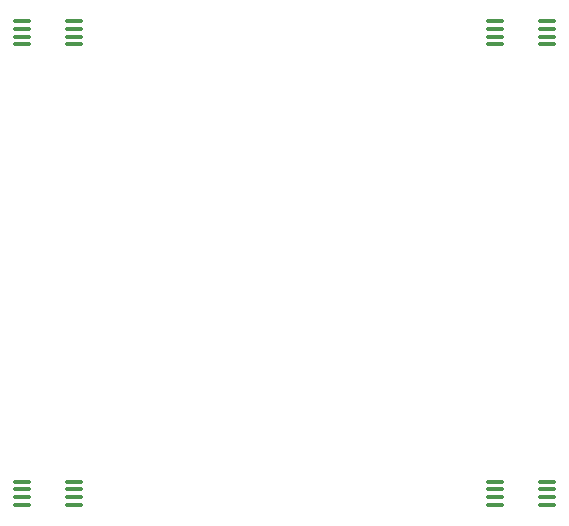
<source format=gbp>
G04*
G04 #@! TF.GenerationSoftware,Altium Limited,Altium Designer,24.6.1 (21)*
G04*
G04 Layer_Color=128*
%FSLAX44Y44*%
%MOMM*%
G71*
G04*
G04 #@! TF.SameCoordinates,801A7B55-1520-438C-8D58-620F3B385FE8*
G04*
G04*
G04 #@! TF.FilePolarity,Positive*
G04*
G01*
G75*
G04:AMPARAMS|DCode=23|XSize=0.38mm|YSize=1.45mm|CornerRadius=0.095mm|HoleSize=0mm|Usage=FLASHONLY|Rotation=90.000|XOffset=0mm|YOffset=0mm|HoleType=Round|Shape=RoundedRectangle|*
%AMROUNDEDRECTD23*
21,1,0.3800,1.2600,0,0,90.0*
21,1,0.1900,1.4500,0,0,90.0*
1,1,0.1900,0.6300,0.0950*
1,1,0.1900,0.6300,-0.0950*
1,1,0.1900,-0.6300,-0.0950*
1,1,0.1900,-0.6300,0.0950*
%
%ADD23ROUNDEDRECTD23*%
D23*
X22000Y-380250D02*
D03*
X22000Y-386750D02*
D03*
Y-393250D02*
D03*
Y-399750D02*
D03*
X-22000Y-380250D02*
D03*
X-22000Y-386750D02*
D03*
X-22000Y-393250D02*
D03*
X-22000Y-399750D02*
D03*
X422000Y-380250D02*
D03*
X422000Y-386750D02*
D03*
Y-393250D02*
D03*
Y-399750D02*
D03*
X378000Y-380250D02*
D03*
X378000Y-386750D02*
D03*
X378000Y-393250D02*
D03*
X378000Y-399750D02*
D03*
X422000Y9750D02*
D03*
X422000Y3250D02*
D03*
Y-3250D02*
D03*
Y-9750D02*
D03*
X378000Y9750D02*
D03*
X378000Y3250D02*
D03*
X378000Y-3250D02*
D03*
X378000Y-9750D02*
D03*
X-22000D02*
D03*
X-22000Y-3250D02*
D03*
X-22000Y3250D02*
D03*
X-22000Y9750D02*
D03*
X22000Y-9750D02*
D03*
Y-3250D02*
D03*
Y3250D02*
D03*
X22000Y9750D02*
D03*
M02*

</source>
